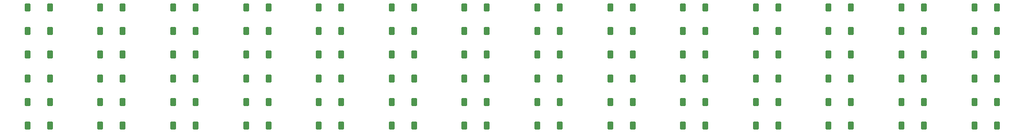
<source format=gtp>
%TF.GenerationSoftware,KiCad,Pcbnew,7.0.8*%
%TF.CreationDate,2023-10-07T09:46:25-04:00*%
%TF.ProjectId,MainBoard,4d61696e-426f-4617-9264-2e6b69636164,rev?*%
%TF.SameCoordinates,Original*%
%TF.FileFunction,Paste,Top*%
%TF.FilePolarity,Positive*%
%FSLAX46Y46*%
G04 Gerber Fmt 4.6, Leading zero omitted, Abs format (unit mm)*
G04 Created by KiCad (PCBNEW 7.0.8) date 2023-10-07 09:46:25*
%MOMM*%
%LPD*%
G01*
G04 APERTURE LIST*
G04 Aperture macros list*
%AMRoundRect*
0 Rectangle with rounded corners*
0 $1 Rounding radius*
0 $2 $3 $4 $5 $6 $7 $8 $9 X,Y pos of 4 corners*
0 Add a 4 corners polygon primitive as box body*
4,1,4,$2,$3,$4,$5,$6,$7,$8,$9,$2,$3,0*
0 Add four circle primitives for the rounded corners*
1,1,$1+$1,$2,$3*
1,1,$1+$1,$4,$5*
1,1,$1+$1,$6,$7*
1,1,$1+$1,$8,$9*
0 Add four rect primitives between the rounded corners*
20,1,$1+$1,$2,$3,$4,$5,0*
20,1,$1+$1,$4,$5,$6,$7,0*
20,1,$1+$1,$6,$7,$8,$9,0*
20,1,$1+$1,$8,$9,$2,$3,0*%
G04 Aperture macros list end*
%ADD10RoundRect,0.225000X-0.225000X-0.375000X0.225000X-0.375000X0.225000X0.375000X-0.225000X0.375000X0*%
G04 APERTURE END LIST*
D10*
X88010000Y-18000000D03*
X91310000Y-18000000D03*
X227370000Y-28500000D03*
X230670000Y-28500000D03*
X130890000Y-14500000D03*
X134190000Y-14500000D03*
X120170000Y-28500000D03*
X123470000Y-28500000D03*
X163050000Y-11000000D03*
X166350000Y-11000000D03*
X88010000Y-14500000D03*
X91310000Y-14500000D03*
X184490000Y-18000000D03*
X187790000Y-18000000D03*
X130890000Y-21500000D03*
X134190000Y-21500000D03*
X205930000Y-18000000D03*
X209230000Y-18000000D03*
X109450000Y-28500000D03*
X112750000Y-28500000D03*
X98730000Y-14500000D03*
X102030000Y-14500000D03*
X152330000Y-28500000D03*
X155630000Y-28500000D03*
X195210000Y-11000000D03*
X198510000Y-11000000D03*
X227370000Y-21500000D03*
X230670000Y-21500000D03*
X109450000Y-11000000D03*
X112750000Y-11000000D03*
X130890000Y-11000000D03*
X134190000Y-11000000D03*
X205930000Y-14500000D03*
X209230000Y-14500000D03*
X152330000Y-11000000D03*
X155630000Y-11000000D03*
X163050000Y-21500000D03*
X166350000Y-21500000D03*
X205930000Y-28500000D03*
X209230000Y-28500000D03*
X120170000Y-21500000D03*
X123470000Y-21500000D03*
X173770000Y-28500000D03*
X177070000Y-28500000D03*
X195210000Y-14500000D03*
X198510000Y-14500000D03*
X205930000Y-21500000D03*
X209230000Y-21500000D03*
X152330000Y-21500000D03*
X155630000Y-21500000D03*
X216650000Y-11000000D03*
X219950000Y-11000000D03*
X184490000Y-21500000D03*
X187790000Y-21500000D03*
X216650000Y-18000000D03*
X219950000Y-18000000D03*
X227370000Y-14500000D03*
X230670000Y-14500000D03*
X141610000Y-18000000D03*
X144910000Y-18000000D03*
X195210000Y-28500000D03*
X198510000Y-28500000D03*
X195210000Y-21500000D03*
X198510000Y-21500000D03*
X120170000Y-11000000D03*
X123470000Y-11000000D03*
X227370000Y-25000000D03*
X230670000Y-25000000D03*
X173770000Y-18000000D03*
X177070000Y-18000000D03*
X173770000Y-21500000D03*
X177070000Y-21500000D03*
X109450000Y-25000000D03*
X112750000Y-25000000D03*
X184490000Y-14500000D03*
X187790000Y-14500000D03*
X98730000Y-28500000D03*
X102030000Y-28500000D03*
X109450000Y-21500000D03*
X112750000Y-21500000D03*
X173770000Y-25000000D03*
X177070000Y-25000000D03*
X184490000Y-11000000D03*
X187790000Y-11000000D03*
X88010000Y-21500000D03*
X91310000Y-21500000D03*
X141610000Y-21500000D03*
X144910000Y-21500000D03*
X163050000Y-28500000D03*
X166350000Y-28500000D03*
X216650000Y-25000000D03*
X219950000Y-25000000D03*
X184490000Y-28500000D03*
X187790000Y-28500000D03*
X130890000Y-18000000D03*
X134190000Y-18000000D03*
X216650000Y-21500000D03*
X219950000Y-21500000D03*
X88010000Y-28500000D03*
X91310000Y-28500000D03*
X163050000Y-18000000D03*
X166350000Y-18000000D03*
X173770000Y-11000000D03*
X177070000Y-11000000D03*
X152330000Y-18000000D03*
X155630000Y-18000000D03*
X109450000Y-18000000D03*
X112750000Y-18000000D03*
X195210000Y-25000000D03*
X198510000Y-25000000D03*
X205930000Y-25000000D03*
X209230000Y-25000000D03*
X98730000Y-11000000D03*
X102030000Y-11000000D03*
X141610000Y-28500000D03*
X144910000Y-28500000D03*
X152330000Y-25000000D03*
X155630000Y-25000000D03*
X227370000Y-11000000D03*
X230670000Y-11000000D03*
X120170000Y-25000000D03*
X123470000Y-25000000D03*
X88010000Y-11000000D03*
X91310000Y-11000000D03*
X130890000Y-25000000D03*
X134190000Y-25000000D03*
X205930000Y-11000000D03*
X209230000Y-11000000D03*
X98730000Y-21500000D03*
X102030000Y-21500000D03*
X152330000Y-14500000D03*
X155630000Y-14500000D03*
X120170000Y-18000000D03*
X123470000Y-18000000D03*
X227370000Y-18000000D03*
X230670000Y-18000000D03*
X98730000Y-18000000D03*
X102030000Y-18000000D03*
X195210000Y-18000000D03*
X198510000Y-18000000D03*
X109450000Y-14500000D03*
X112750000Y-14500000D03*
X88010000Y-25000000D03*
X91310000Y-25000000D03*
X141610000Y-11000000D03*
X144910000Y-11000000D03*
X216650000Y-14500000D03*
X219950000Y-14500000D03*
X163050000Y-25000000D03*
X166350000Y-25000000D03*
X141610000Y-25000000D03*
X144910000Y-25000000D03*
X98730000Y-25000000D03*
X102030000Y-25000000D03*
X130890000Y-28500000D03*
X134190000Y-28500000D03*
X216650000Y-28500000D03*
X219950000Y-28500000D03*
X184490000Y-25000000D03*
X187790000Y-25000000D03*
X120170000Y-14500000D03*
X123470000Y-14500000D03*
X173770000Y-14500000D03*
X177070000Y-14500000D03*
X163050000Y-14500000D03*
X166350000Y-14500000D03*
X141610000Y-14500000D03*
X144910000Y-14500000D03*
M02*

</source>
